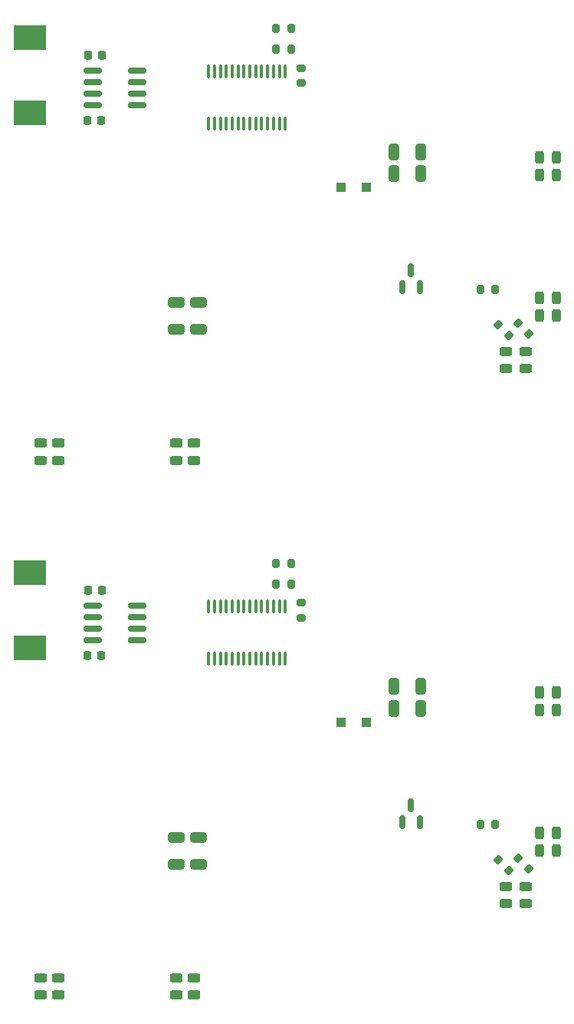
<source format=gbr>
%TF.GenerationSoftware,KiCad,Pcbnew,6.0.11+dfsg-1*%
%TF.CreationDate,2024-03-19T05:57:20+00:00*%
%TF.ProjectId,panel,70616e65-6c2e-46b6-9963-61645f706362,rev?*%
%TF.SameCoordinates,Original*%
%TF.FileFunction,Paste,Top*%
%TF.FilePolarity,Positive*%
%FSLAX46Y46*%
G04 Gerber Fmt 4.6, Leading zero omitted, Abs format (unit mm)*
G04 Created by KiCad (PCBNEW 6.0.11+dfsg-1) date 2024-03-19 05:57:20*
%MOMM*%
%LPD*%
G01*
G04 APERTURE LIST*
G04 Aperture macros list*
%AMRoundRect*
0 Rectangle with rounded corners*
0 $1 Rounding radius*
0 $2 $3 $4 $5 $6 $7 $8 $9 X,Y pos of 4 corners*
0 Add a 4 corners polygon primitive as box body*
4,1,4,$2,$3,$4,$5,$6,$7,$8,$9,$2,$3,0*
0 Add four circle primitives for the rounded corners*
1,1,$1+$1,$2,$3*
1,1,$1+$1,$4,$5*
1,1,$1+$1,$6,$7*
1,1,$1+$1,$8,$9*
0 Add four rect primitives between the rounded corners*
20,1,$1+$1,$2,$3,$4,$5,0*
20,1,$1+$1,$4,$5,$6,$7,0*
20,1,$1+$1,$6,$7,$8,$9,0*
20,1,$1+$1,$8,$9,$2,$3,0*%
G04 Aperture macros list end*
%ADD10RoundRect,0.200000X0.335876X0.053033X0.053033X0.335876X-0.335876X-0.053033X-0.053033X-0.335876X0*%
%ADD11RoundRect,0.243750X0.456250X-0.243750X0.456250X0.243750X-0.456250X0.243750X-0.456250X-0.243750X0*%
%ADD12RoundRect,0.250000X-0.650000X0.325000X-0.650000X-0.325000X0.650000X-0.325000X0.650000X0.325000X0*%
%ADD13RoundRect,0.243750X0.243750X0.456250X-0.243750X0.456250X-0.243750X-0.456250X0.243750X-0.456250X0*%
%ADD14RoundRect,0.200000X-0.200000X-0.275000X0.200000X-0.275000X0.200000X0.275000X-0.200000X0.275000X0*%
%ADD15R,1.100000X1.100000*%
%ADD16RoundRect,0.250000X-0.325000X-0.650000X0.325000X-0.650000X0.325000X0.650000X-0.325000X0.650000X0*%
%ADD17RoundRect,0.225000X-0.225000X-0.250000X0.225000X-0.250000X0.225000X0.250000X-0.225000X0.250000X0*%
%ADD18RoundRect,0.150000X-0.825000X-0.150000X0.825000X-0.150000X0.825000X0.150000X-0.825000X0.150000X0*%
%ADD19RoundRect,0.200000X0.275000X-0.200000X0.275000X0.200000X-0.275000X0.200000X-0.275000X-0.200000X0*%
%ADD20RoundRect,0.150000X0.150000X-0.587500X0.150000X0.587500X-0.150000X0.587500X-0.150000X-0.587500X0*%
%ADD21RoundRect,0.100000X0.100000X-0.637500X0.100000X0.637500X-0.100000X0.637500X-0.100000X-0.637500X0*%
%ADD22R,3.600000X2.700000*%
G04 APERTURE END LIST*
D10*
%TO.C,R1*%
X174883363Y-128083363D03*
X173716637Y-126916637D03*
%TD*%
D11*
%TO.C,D29*%
X123200000Y-141837500D03*
X123200000Y-139962500D03*
%TD*%
D12*
%TO.C,C3*%
X138200000Y-124425000D03*
X138200000Y-127375000D03*
%TD*%
D13*
%TO.C,D37*%
X180137500Y-51400000D03*
X178262500Y-51400000D03*
%TD*%
D14*
%TO.C,R40*%
X149175000Y-35200000D03*
X150825000Y-35200000D03*
%TD*%
D15*
%TO.C,D15*%
X156400000Y-52700000D03*
X159200000Y-52700000D03*
%TD*%
D16*
%TO.C,C16*%
X162225000Y-51200000D03*
X165175000Y-51200000D03*
%TD*%
D11*
%TO.C,D38*%
X176800000Y-72737500D03*
X176800000Y-70862500D03*
%TD*%
D17*
%TO.C,C6*%
X128425000Y-97200000D03*
X129975000Y-97200000D03*
%TD*%
%TO.C,C6*%
X128425000Y-38200000D03*
X129975000Y-38200000D03*
%TD*%
D16*
%TO.C,C15*%
X162225000Y-107800000D03*
X165175000Y-107800000D03*
%TD*%
D11*
%TO.C,D1*%
X174600000Y-72737500D03*
X174600000Y-70862500D03*
%TD*%
%TO.C,D29*%
X123200000Y-82837500D03*
X123200000Y-80962500D03*
%TD*%
D14*
%TO.C,R40*%
X149175000Y-94200000D03*
X150825000Y-94200000D03*
%TD*%
D16*
%TO.C,C15*%
X162225000Y-48800000D03*
X165175000Y-48800000D03*
%TD*%
D12*
%TO.C,C3*%
X138200000Y-65425000D03*
X138200000Y-68375000D03*
%TD*%
D18*
%TO.C,U1*%
X128925000Y-98895000D03*
X128925000Y-100165000D03*
X128925000Y-101435000D03*
X128925000Y-102705000D03*
X133875000Y-102705000D03*
X133875000Y-101435000D03*
X133875000Y-100165000D03*
X133875000Y-98895000D03*
%TD*%
%TO.C,U1*%
X128925000Y-39895000D03*
X128925000Y-41165000D03*
X128925000Y-42435000D03*
X128925000Y-43705000D03*
X133875000Y-43705000D03*
X133875000Y-42435000D03*
X133875000Y-41165000D03*
X133875000Y-39895000D03*
%TD*%
D10*
%TO.C,R1*%
X174883363Y-69083363D03*
X173716637Y-67916637D03*
%TD*%
D15*
%TO.C,D15*%
X156400000Y-111700000D03*
X159200000Y-111700000D03*
%TD*%
D17*
%TO.C,C9*%
X128325000Y-45400000D03*
X129875000Y-45400000D03*
%TD*%
D10*
%TO.C,R23*%
X177083363Y-68883363D03*
X175916637Y-67716637D03*
%TD*%
D19*
%TO.C,R28*%
X152000000Y-100225000D03*
X152000000Y-98575000D03*
%TD*%
D13*
%TO.C,D37*%
X180137500Y-110400000D03*
X178262500Y-110400000D03*
%TD*%
D11*
%TO.C,D4*%
X125100000Y-141837500D03*
X125100000Y-139962500D03*
%TD*%
D13*
%TO.C,D20*%
X180137500Y-49400000D03*
X178262500Y-49400000D03*
%TD*%
D14*
%TO.C,R39*%
X149175000Y-96500000D03*
X150825000Y-96500000D03*
%TD*%
%TO.C,R39*%
X149175000Y-37500000D03*
X150825000Y-37500000D03*
%TD*%
%TO.C,R12*%
X171775000Y-123000000D03*
X173425000Y-123000000D03*
%TD*%
D13*
%TO.C,D20*%
X180137500Y-108400000D03*
X178262500Y-108400000D03*
%TD*%
D11*
%TO.C,D1*%
X174600000Y-131737500D03*
X174600000Y-129862500D03*
%TD*%
%TO.C,D4*%
X125100000Y-82837500D03*
X125100000Y-80962500D03*
%TD*%
D17*
%TO.C,C9*%
X128325000Y-104400000D03*
X129875000Y-104400000D03*
%TD*%
D14*
%TO.C,R12*%
X171775000Y-64000000D03*
X173425000Y-64000000D03*
%TD*%
D11*
%TO.C,D19*%
X140100000Y-141837500D03*
X140100000Y-139962500D03*
%TD*%
%TO.C,D31*%
X138200000Y-82837500D03*
X138200000Y-80962500D03*
%TD*%
D20*
%TO.C,Q5*%
X163150000Y-122737500D03*
X165050000Y-122737500D03*
X164100000Y-120862500D03*
%TD*%
D19*
%TO.C,R28*%
X152000000Y-41225000D03*
X152000000Y-39575000D03*
%TD*%
D12*
%TO.C,C11*%
X140600000Y-65425000D03*
X140600000Y-68375000D03*
%TD*%
D13*
%TO.C,D5*%
X180137500Y-64900000D03*
X178262500Y-64900000D03*
%TD*%
%TO.C,D5*%
X180137500Y-123900000D03*
X178262500Y-123900000D03*
%TD*%
D11*
%TO.C,D31*%
X138200000Y-141837500D03*
X138200000Y-139962500D03*
%TD*%
D13*
%TO.C,D30*%
X180137500Y-125900000D03*
X178262500Y-125900000D03*
%TD*%
D11*
%TO.C,D19*%
X140100000Y-82837500D03*
X140100000Y-80962500D03*
%TD*%
D12*
%TO.C,C11*%
X140600000Y-124425000D03*
X140600000Y-127375000D03*
%TD*%
D10*
%TO.C,R23*%
X177083363Y-127883363D03*
X175916637Y-126716637D03*
%TD*%
D21*
%TO.C,U2*%
X141750000Y-45687500D03*
X142400000Y-45687500D03*
X143050000Y-45687500D03*
X143700000Y-45687500D03*
X144350000Y-45687500D03*
X145000000Y-45687500D03*
X145650000Y-45687500D03*
X146300000Y-45687500D03*
X146950000Y-45687500D03*
X147600000Y-45687500D03*
X148250000Y-45687500D03*
X148900000Y-45687500D03*
X149550000Y-45687500D03*
X150200000Y-45687500D03*
X150200000Y-39962500D03*
X149550000Y-39962500D03*
X148900000Y-39962500D03*
X148250000Y-39962500D03*
X147600000Y-39962500D03*
X146950000Y-39962500D03*
X146300000Y-39962500D03*
X145650000Y-39962500D03*
X145000000Y-39962500D03*
X144350000Y-39962500D03*
X143700000Y-39962500D03*
X143050000Y-39962500D03*
X142400000Y-39962500D03*
X141750000Y-39962500D03*
%TD*%
D20*
%TO.C,Q5*%
X163150000Y-63737500D03*
X165050000Y-63737500D03*
X164100000Y-61862500D03*
%TD*%
D21*
%TO.C,U2*%
X141750000Y-104687500D03*
X142400000Y-104687500D03*
X143050000Y-104687500D03*
X143700000Y-104687500D03*
X144350000Y-104687500D03*
X145000000Y-104687500D03*
X145650000Y-104687500D03*
X146300000Y-104687500D03*
X146950000Y-104687500D03*
X147600000Y-104687500D03*
X148250000Y-104687500D03*
X148900000Y-104687500D03*
X149550000Y-104687500D03*
X150200000Y-104687500D03*
X150200000Y-98962500D03*
X149550000Y-98962500D03*
X148900000Y-98962500D03*
X148250000Y-98962500D03*
X147600000Y-98962500D03*
X146950000Y-98962500D03*
X146300000Y-98962500D03*
X145650000Y-98962500D03*
X145000000Y-98962500D03*
X144350000Y-98962500D03*
X143700000Y-98962500D03*
X143050000Y-98962500D03*
X142400000Y-98962500D03*
X141750000Y-98962500D03*
%TD*%
D16*
%TO.C,C16*%
X162225000Y-110200000D03*
X165175000Y-110200000D03*
%TD*%
D22*
%TO.C,L1*%
X122000000Y-44550000D03*
X122000000Y-36250000D03*
%TD*%
D13*
%TO.C,D30*%
X180137500Y-66900000D03*
X178262500Y-66900000D03*
%TD*%
D11*
%TO.C,D38*%
X176800000Y-131737500D03*
X176800000Y-129862500D03*
%TD*%
D22*
%TO.C,L1*%
X122000000Y-103550000D03*
X122000000Y-95250000D03*
%TD*%
M02*

</source>
